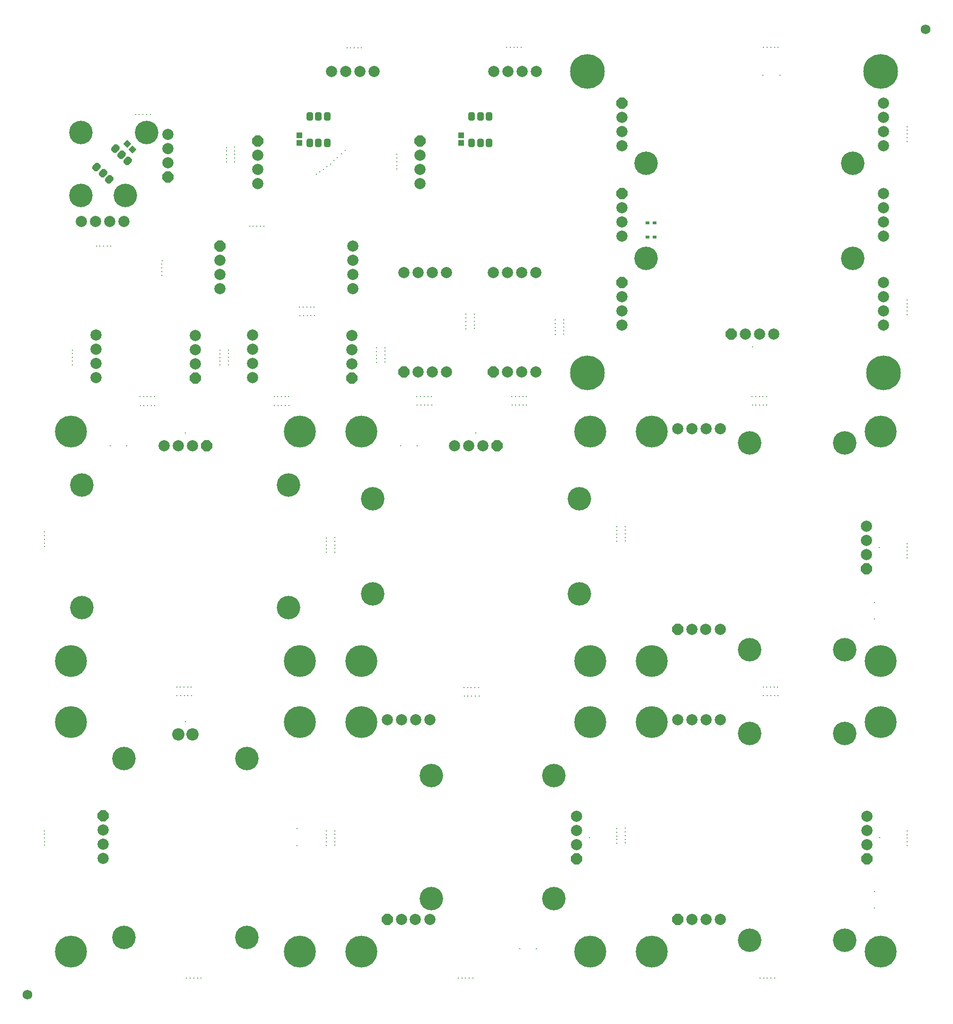
<source format=gbs>
G04 Layer_Color=16711935*
%FSLAX44Y44*%
%MOMM*%
G71*
G01*
G75*
%ADD44P,1.4894X4X90.0*%
G04:AMPARAMS|DCode=45|XSize=1.5032mm|YSize=1.2032mm|CornerRadius=0.3516mm|HoleSize=0mm|Usage=FLASHONLY|Rotation=225.000|XOffset=0mm|YOffset=0mm|HoleType=Round|Shape=RoundedRectangle|*
%AMROUNDEDRECTD45*
21,1,1.5032,0.5000,0,0,225.0*
21,1,0.8000,1.2032,0,0,225.0*
1,1,0.7032,-0.4596,-0.1061*
1,1,0.7032,0.1061,0.4596*
1,1,0.7032,0.4596,0.1061*
1,1,0.7032,-0.1061,-0.4596*
%
%ADD45ROUNDEDRECTD45*%
%ADD46R,1.0532X1.0532*%
G04:AMPARAMS|DCode=47|XSize=1.5032mm|YSize=1.2032mm|CornerRadius=0.3516mm|HoleSize=0mm|Usage=FLASHONLY|Rotation=270.000|XOffset=0mm|YOffset=0mm|HoleType=Round|Shape=RoundedRectangle|*
%AMROUNDEDRECTD47*
21,1,1.5032,0.5000,0,0,270.0*
21,1,0.8000,1.2032,0,0,270.0*
1,1,0.7032,-0.2500,-0.4000*
1,1,0.7032,-0.2500,0.4000*
1,1,0.7032,0.2500,0.4000*
1,1,0.7032,0.2500,-0.4000*
%
%ADD47ROUNDEDRECTD47*%
%ADD59C,0.2032*%
%ADD60C,1.7272*%
%ADD61C,2.0032*%
%ADD62P,2.1683X8X112.5*%
%ADD63C,4.2032*%
%ADD64C,6.2032*%
%ADD65P,2.1683X8X22.5*%
G04:AMPARAMS|DCode=66|XSize=0.2032mm|YSize=0.2032mm|CornerRadius=0mm|HoleSize=0mm|Usage=FLASHONLY|Rotation=0.000|XOffset=0mm|YOffset=0mm|HoleType=Round|Shape=RoundedRectangle|*
%AMROUNDEDRECTD66*
21,1,0.2032,0.2032,0,0,0.0*
21,1,0.2032,0.2032,0,0,0.0*
1,1,0.0000,0.1016,-0.1016*
1,1,0.0000,-0.1016,-0.1016*
1,1,0.0000,-0.1016,0.1016*
1,1,0.0000,0.1016,0.1016*
%
%ADD66ROUNDEDRECTD66*%
%ADD67P,2.1683X8X382.5*%
%ADD68C,5.7032*%
G04:AMPARAMS|DCode=69|XSize=0.2032mm|YSize=0.2032mm|CornerRadius=0mm|HoleSize=0mm|Usage=FLASHONLY|Rotation=90.000|XOffset=0mm|YOffset=0mm|HoleType=Round|Shape=RoundedRectangle|*
%AMROUNDEDRECTD69*
21,1,0.2032,0.2032,0,0,90.0*
21,1,0.2032,0.2032,0,0,90.0*
1,1,0.0000,0.1016,0.1016*
1,1,0.0000,0.1016,-0.1016*
1,1,0.0000,-0.1016,-0.1016*
1,1,0.0000,-0.1016,0.1016*
%
%ADD69ROUNDEDRECTD69*%
%ADD70C,2.2032*%
%ADD71R,0.7032X0.6032*%
D44*
X195610Y1539870D02*
D03*
X205510Y1529970D02*
D03*
D45*
X196814Y1509400D02*
D03*
X185677Y1520537D02*
D03*
X174540Y1531674D02*
D03*
X141306Y1498440D02*
D03*
X152443Y1487303D02*
D03*
X163580Y1476166D02*
D03*
D46*
X503988Y1555500D02*
D03*
Y1541500D02*
D03*
X793988Y1555500D02*
D03*
Y1541500D02*
D03*
D47*
X522488Y1588750D02*
D03*
X538238D02*
D03*
X553988D02*
D03*
Y1541750D02*
D03*
X538238D02*
D03*
X522488D02*
D03*
X812488Y1588750D02*
D03*
X828238D02*
D03*
X843988D02*
D03*
Y1541750D02*
D03*
X828238D02*
D03*
X812488D02*
D03*
D59*
X586000Y1528000D02*
D03*
X579250Y1522000D02*
D03*
X572000Y1515250D02*
D03*
X566000Y1510000D02*
D03*
X560000Y1504000D02*
D03*
X553000Y1499000D02*
D03*
X547000Y1494000D02*
D03*
X541000Y1490000D02*
D03*
X388500Y1508000D02*
D03*
Y1514500D02*
D03*
Y1527750D02*
D03*
Y1521250D02*
D03*
Y1534000D02*
D03*
X374000Y1533500D02*
D03*
Y1520750D02*
D03*
Y1527250D02*
D03*
Y1514000D02*
D03*
Y1507500D02*
D03*
X415000Y1392500D02*
D03*
X421500D02*
D03*
X434750D02*
D03*
X428250D02*
D03*
X441000D02*
D03*
X678500Y1495000D02*
D03*
Y1501500D02*
D03*
Y1514750D02*
D03*
Y1508250D02*
D03*
Y1521000D02*
D03*
X535000Y1486000D02*
D03*
X875000Y1712500D02*
D03*
X881500D02*
D03*
X894750D02*
D03*
X888250D02*
D03*
X901000D02*
D03*
X589500Y1712250D02*
D03*
X602250D02*
D03*
X595750D02*
D03*
X609000D02*
D03*
X615500D02*
D03*
X211250Y1592250D02*
D03*
X224000D02*
D03*
X217500D02*
D03*
X230750D02*
D03*
X237250D02*
D03*
X166750Y1357500D02*
D03*
X160250D02*
D03*
X147000D02*
D03*
X153500D02*
D03*
X140750D02*
D03*
X257500Y1305000D02*
D03*
Y1311500D02*
D03*
Y1324750D02*
D03*
Y1318250D02*
D03*
X258250Y1331000D02*
D03*
X97500Y1145000D02*
D03*
Y1151500D02*
D03*
Y1164750D02*
D03*
Y1158250D02*
D03*
Y1171000D02*
D03*
X1361000Y1712500D02*
D03*
X1348250D02*
D03*
X1354750D02*
D03*
X1341500D02*
D03*
X1335000D02*
D03*
X47750Y845500D02*
D03*
Y839000D02*
D03*
Y825750D02*
D03*
Y832250D02*
D03*
Y819500D02*
D03*
X567750Y835500D02*
D03*
Y829000D02*
D03*
Y815750D02*
D03*
Y822250D02*
D03*
Y809500D02*
D03*
X552500Y809000D02*
D03*
Y821750D02*
D03*
Y815250D02*
D03*
Y828500D02*
D03*
Y835000D02*
D03*
X245500Y1072250D02*
D03*
X239000D02*
D03*
X225750D02*
D03*
X232250D02*
D03*
X219500D02*
D03*
X219000Y1087500D02*
D03*
X231750D02*
D03*
X225250D02*
D03*
X238500D02*
D03*
X245000D02*
D03*
X485500Y1072250D02*
D03*
X479000D02*
D03*
X465750D02*
D03*
X472250D02*
D03*
X459500D02*
D03*
X459000Y1087500D02*
D03*
X471750D02*
D03*
X465250D02*
D03*
X478500D02*
D03*
X485000D02*
D03*
X362250Y1144500D02*
D03*
Y1151000D02*
D03*
Y1164250D02*
D03*
Y1157750D02*
D03*
Y1170500D02*
D03*
X377500Y1171000D02*
D03*
Y1158250D02*
D03*
Y1164750D02*
D03*
Y1151500D02*
D03*
Y1145000D02*
D03*
X504500Y1247750D02*
D03*
X511000D02*
D03*
X524250D02*
D03*
X517750D02*
D03*
X530500D02*
D03*
X531000Y1232500D02*
D03*
X518250D02*
D03*
X524750D02*
D03*
X511500D02*
D03*
X505000D02*
D03*
X884500Y1087750D02*
D03*
X891000D02*
D03*
X904250D02*
D03*
X897750D02*
D03*
X910500D02*
D03*
X911000Y1072500D02*
D03*
X898250D02*
D03*
X904750D02*
D03*
X891500D02*
D03*
X885000D02*
D03*
X714500Y1087750D02*
D03*
X721000D02*
D03*
X734250D02*
D03*
X727750D02*
D03*
X740500D02*
D03*
X741000Y1072500D02*
D03*
X728250D02*
D03*
X734750D02*
D03*
X721500D02*
D03*
X715000D02*
D03*
X657750Y1175500D02*
D03*
Y1169000D02*
D03*
Y1155750D02*
D03*
Y1162250D02*
D03*
Y1149500D02*
D03*
X642500Y1149000D02*
D03*
Y1161750D02*
D03*
Y1155250D02*
D03*
Y1168500D02*
D03*
Y1175000D02*
D03*
X817750Y1235500D02*
D03*
Y1229000D02*
D03*
Y1215750D02*
D03*
Y1222250D02*
D03*
Y1209500D02*
D03*
X802500Y1209000D02*
D03*
Y1221750D02*
D03*
Y1215250D02*
D03*
Y1228500D02*
D03*
Y1235000D02*
D03*
X977750Y1225500D02*
D03*
Y1219000D02*
D03*
Y1205750D02*
D03*
Y1212250D02*
D03*
Y1199500D02*
D03*
X962500Y1199000D02*
D03*
Y1211750D02*
D03*
Y1205250D02*
D03*
Y1218500D02*
D03*
Y1225000D02*
D03*
X1592250Y1544500D02*
D03*
Y1551000D02*
D03*
Y1564250D02*
D03*
Y1557750D02*
D03*
Y1570500D02*
D03*
Y1234500D02*
D03*
Y1241000D02*
D03*
Y1254250D02*
D03*
Y1247750D02*
D03*
Y1260500D02*
D03*
X1314500Y1087750D02*
D03*
X1321000D02*
D03*
X1334250D02*
D03*
X1327750D02*
D03*
X1340500D02*
D03*
X1341000Y1072500D02*
D03*
X1328250D02*
D03*
X1334750D02*
D03*
X1321500D02*
D03*
X1315000D02*
D03*
X1087750Y855500D02*
D03*
Y849000D02*
D03*
Y835750D02*
D03*
Y842250D02*
D03*
Y829500D02*
D03*
X1072500Y829000D02*
D03*
Y841750D02*
D03*
Y835250D02*
D03*
Y848500D02*
D03*
Y855000D02*
D03*
X1592500Y799000D02*
D03*
Y811750D02*
D03*
Y805250D02*
D03*
Y818500D02*
D03*
Y825000D02*
D03*
X1329000Y47500D02*
D03*
X1341750D02*
D03*
X1335250D02*
D03*
X1348500D02*
D03*
X1355000D02*
D03*
X1592250Y284500D02*
D03*
Y291000D02*
D03*
Y304250D02*
D03*
Y297750D02*
D03*
Y310500D02*
D03*
X1334500Y567750D02*
D03*
X1341000D02*
D03*
X1354250D02*
D03*
X1347750D02*
D03*
X1360500D02*
D03*
X1361000Y552500D02*
D03*
X1348250D02*
D03*
X1354750D02*
D03*
X1341500D02*
D03*
X1335000D02*
D03*
X1087750Y315500D02*
D03*
Y309000D02*
D03*
Y295750D02*
D03*
Y302250D02*
D03*
Y289500D02*
D03*
X1072500Y289000D02*
D03*
Y301750D02*
D03*
Y295250D02*
D03*
Y308500D02*
D03*
Y315000D02*
D03*
X825500Y552250D02*
D03*
X819000D02*
D03*
X805750D02*
D03*
X812250D02*
D03*
X799500D02*
D03*
X799000Y567500D02*
D03*
X811750D02*
D03*
X805250D02*
D03*
X818500D02*
D03*
X825000D02*
D03*
X789000Y47500D02*
D03*
X801750D02*
D03*
X795250D02*
D03*
X808500D02*
D03*
X815000D02*
D03*
X552250Y284500D02*
D03*
Y291000D02*
D03*
Y304250D02*
D03*
Y297750D02*
D03*
Y310500D02*
D03*
X567500Y311000D02*
D03*
Y298250D02*
D03*
Y304750D02*
D03*
Y291500D02*
D03*
Y285000D02*
D03*
X47500Y311000D02*
D03*
Y298250D02*
D03*
Y304750D02*
D03*
Y291500D02*
D03*
Y285000D02*
D03*
X284500Y567750D02*
D03*
X291000D02*
D03*
X304250D02*
D03*
X297750D02*
D03*
X310500D02*
D03*
X311000Y552500D02*
D03*
X298250D02*
D03*
X304750D02*
D03*
X291500D02*
D03*
X285000D02*
D03*
X328000Y47750D02*
D03*
X315250D02*
D03*
X321750D02*
D03*
X308500D02*
D03*
X302000D02*
D03*
X1334010Y1662500D02*
D03*
X1364010D02*
D03*
X165395Y1000000D02*
D03*
X195395D02*
D03*
X685395Y1000000D02*
D03*
X715395D02*
D03*
X1534000Y690000D02*
D03*
Y720000D02*
D03*
X1534000Y202605D02*
D03*
Y172605D02*
D03*
X898605Y100000D02*
D03*
X928605D02*
D03*
X500000Y284605D02*
D03*
Y314605D02*
D03*
D60*
X17500Y17500D02*
D03*
X1625000Y1745000D02*
D03*
D61*
X268810Y1557020D02*
D03*
Y1531620D02*
D03*
Y1506220D02*
D03*
X164820Y1400870D02*
D03*
X139420D02*
D03*
X114020D02*
D03*
X190220D02*
D03*
X429988Y1520000D02*
D03*
Y1494600D02*
D03*
Y1469200D02*
D03*
X561888Y1670000D02*
D03*
X638088D02*
D03*
X612688D02*
D03*
X587288D02*
D03*
X719988Y1520000D02*
D03*
Y1494600D02*
D03*
Y1469200D02*
D03*
X851888Y1670000D02*
D03*
X928088D02*
D03*
X902688D02*
D03*
X877288D02*
D03*
X362000Y1280600D02*
D03*
Y1306000D02*
D03*
Y1331400D02*
D03*
X600000D02*
D03*
Y1306000D02*
D03*
Y1280600D02*
D03*
Y1356800D02*
D03*
X1550000Y1266500D02*
D03*
Y1241100D02*
D03*
Y1215700D02*
D03*
Y1291900D02*
D03*
X1082000Y1215450D02*
D03*
Y1240850D02*
D03*
Y1266250D02*
D03*
X1550000Y1612450D02*
D03*
Y1536250D02*
D03*
Y1561650D02*
D03*
Y1587050D02*
D03*
X1353100Y1200000D02*
D03*
X1327700D02*
D03*
X1302300D02*
D03*
X1082000Y1536400D02*
D03*
Y1561800D02*
D03*
Y1587200D02*
D03*
X1550000Y1450850D02*
D03*
Y1374650D02*
D03*
Y1400050D02*
D03*
Y1425450D02*
D03*
X1082000Y1374650D02*
D03*
Y1400050D02*
D03*
Y1425450D02*
D03*
X716500Y1132250D02*
D03*
X741900D02*
D03*
X767300D02*
D03*
X691400Y1310000D02*
D03*
X767600D02*
D03*
X742200D02*
D03*
X716800D02*
D03*
X317750Y1146500D02*
D03*
Y1171900D02*
D03*
Y1197300D02*
D03*
X140000Y1121400D02*
D03*
Y1197600D02*
D03*
Y1172200D02*
D03*
Y1146800D02*
D03*
X597750Y1146500D02*
D03*
Y1171900D02*
D03*
Y1197300D02*
D03*
X420000Y1121400D02*
D03*
Y1197600D02*
D03*
Y1172200D02*
D03*
Y1146800D02*
D03*
X876500Y1132250D02*
D03*
X901900D02*
D03*
X927300D02*
D03*
X851400Y1310000D02*
D03*
X927600D02*
D03*
X902200D02*
D03*
X876800D02*
D03*
X312700Y1000000D02*
D03*
X287300D02*
D03*
X261900D02*
D03*
X832700Y1000000D02*
D03*
X807300D02*
D03*
X781900D02*
D03*
X1181800Y1030000D02*
D03*
X1258000D02*
D03*
X1232600D02*
D03*
X1207200D02*
D03*
X1519260Y855750D02*
D03*
Y830350D02*
D03*
Y804950D02*
D03*
X1257640Y671600D02*
D03*
X1231540D02*
D03*
X1206840D02*
D03*
X1520000Y285810D02*
D03*
Y311210D02*
D03*
Y336610D02*
D03*
X1207300Y152000D02*
D03*
X1232000D02*
D03*
X1258100D02*
D03*
X1181900Y509500D02*
D03*
X1258100D02*
D03*
X1232700D02*
D03*
X1207300D02*
D03*
X661440D02*
D03*
X737640D02*
D03*
X712240D02*
D03*
X686840D02*
D03*
X1000000Y336610D02*
D03*
Y311210D02*
D03*
Y285810D02*
D03*
X738100Y152000D02*
D03*
X712000D02*
D03*
X687300D02*
D03*
X153000Y261900D02*
D03*
Y287300D02*
D03*
Y312700D02*
D03*
D62*
X268810Y1480820D02*
D03*
X429988Y1545400D02*
D03*
X719988Y1545400D02*
D03*
X362000Y1356800D02*
D03*
X1082000Y1291650D02*
D03*
X1082000Y1612600D02*
D03*
X1082000Y1450850D02*
D03*
X317750Y1121100D02*
D03*
X597750D02*
D03*
X1519260Y779550D02*
D03*
X1520000Y260410D02*
D03*
X1000000D02*
D03*
X153000Y338100D02*
D03*
D63*
X230962Y1560450D02*
D03*
X112962D02*
D03*
Y1447850D02*
D03*
X192962D02*
D03*
X1125000Y1335000D02*
D03*
Y1505000D02*
D03*
X1495000D02*
D03*
Y1335000D02*
D03*
X485000Y930000D02*
D03*
Y710000D02*
D03*
X115000Y930000D02*
D03*
Y710000D02*
D03*
X635000Y735000D02*
D03*
Y905000D02*
D03*
X1005000Y735000D02*
D03*
Y905000D02*
D03*
X1310000Y1005000D02*
D03*
X1480000D02*
D03*
Y635000D02*
D03*
X1310000D02*
D03*
X1310000Y115000D02*
D03*
X1480000D02*
D03*
Y485000D02*
D03*
X1310000D02*
D03*
X740000Y410000D02*
D03*
X960000D02*
D03*
Y190000D02*
D03*
X740000D02*
D03*
X190000Y440000D02*
D03*
X410000D02*
D03*
Y120000D02*
D03*
X190000D02*
D03*
D64*
X1545000Y1670000D02*
D03*
X1020000D02*
D03*
Y1130000D02*
D03*
X1550000D02*
D03*
D65*
X1276900Y1200000D02*
D03*
X338100Y1000000D02*
D03*
X858100Y1000000D02*
D03*
X1181440Y671600D02*
D03*
X1181900Y152000D02*
D03*
X661900D02*
D03*
D66*
X1315000Y1177200D02*
D03*
X300000Y1022800D02*
D03*
X820000Y1022800D02*
D03*
X300000Y506000D02*
D03*
D67*
X691100Y1132250D02*
D03*
X851100D02*
D03*
D68*
X95000Y615000D02*
D03*
Y1025000D02*
D03*
X505000Y615000D02*
D03*
Y1025000D02*
D03*
X1025000D02*
D03*
Y615000D02*
D03*
X615000Y1025000D02*
D03*
Y615000D02*
D03*
X1545000Y615000D02*
D03*
X1135000D02*
D03*
X1545000Y1025000D02*
D03*
X1135000D02*
D03*
X1135000Y505000D02*
D03*
X1545000D02*
D03*
X1135000Y95000D02*
D03*
X1545000D02*
D03*
X1025000D02*
D03*
X615000D02*
D03*
X1025000Y505000D02*
D03*
X615000D02*
D03*
X505000Y95000D02*
D03*
X95000D02*
D03*
X505000Y505000D02*
D03*
X95000D02*
D03*
D69*
X1542060Y817650D02*
D03*
X1542800Y298510D02*
D03*
X1022800D02*
D03*
D70*
X312700Y483200D02*
D03*
X287300D02*
D03*
D71*
X1140000Y1373000D02*
D03*
X1127000D02*
D03*
X1140000Y1399000D02*
D03*
X1127000D02*
D03*
M02*

</source>
